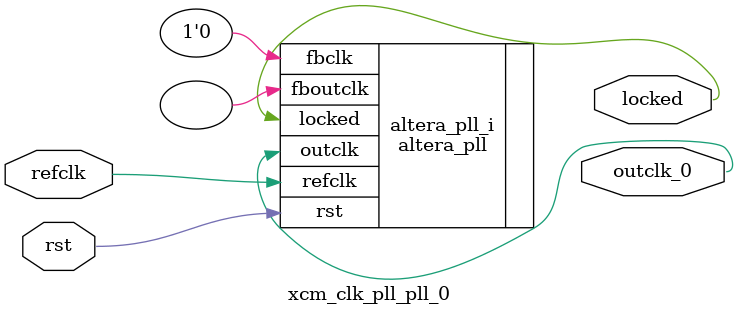
<source format=v>
`timescale 1ns/10ps
module  xcm_clk_pll_pll_0(

	// interface 'refclk'
	input wire refclk,

	// interface 'reset'
	input wire rst,

	// interface 'outclk0'
	output wire outclk_0,

	// interface 'locked'
	output wire locked
);

	altera_pll #(
		.fractional_vco_multiplier("false"),
		.reference_clock_frequency("50.0 MHz"),
		.operation_mode("direct"),
		.number_of_clocks(1),
		.output_clock_frequency0("5.000000 MHz"),
		.phase_shift0("0 ps"),
		.duty_cycle0(50),
		.output_clock_frequency1("0 MHz"),
		.phase_shift1("0 ps"),
		.duty_cycle1(50),
		.output_clock_frequency2("0 MHz"),
		.phase_shift2("0 ps"),
		.duty_cycle2(50),
		.output_clock_frequency3("0 MHz"),
		.phase_shift3("0 ps"),
		.duty_cycle3(50),
		.output_clock_frequency4("0 MHz"),
		.phase_shift4("0 ps"),
		.duty_cycle4(50),
		.output_clock_frequency5("0 MHz"),
		.phase_shift5("0 ps"),
		.duty_cycle5(50),
		.output_clock_frequency6("0 MHz"),
		.phase_shift6("0 ps"),
		.duty_cycle6(50),
		.output_clock_frequency7("0 MHz"),
		.phase_shift7("0 ps"),
		.duty_cycle7(50),
		.output_clock_frequency8("0 MHz"),
		.phase_shift8("0 ps"),
		.duty_cycle8(50),
		.output_clock_frequency9("0 MHz"),
		.phase_shift9("0 ps"),
		.duty_cycle9(50),
		.output_clock_frequency10("0 MHz"),
		.phase_shift10("0 ps"),
		.duty_cycle10(50),
		.output_clock_frequency11("0 MHz"),
		.phase_shift11("0 ps"),
		.duty_cycle11(50),
		.output_clock_frequency12("0 MHz"),
		.phase_shift12("0 ps"),
		.duty_cycle12(50),
		.output_clock_frequency13("0 MHz"),
		.phase_shift13("0 ps"),
		.duty_cycle13(50),
		.output_clock_frequency14("0 MHz"),
		.phase_shift14("0 ps"),
		.duty_cycle14(50),
		.output_clock_frequency15("0 MHz"),
		.phase_shift15("0 ps"),
		.duty_cycle15(50),
		.output_clock_frequency16("0 MHz"),
		.phase_shift16("0 ps"),
		.duty_cycle16(50),
		.output_clock_frequency17("0 MHz"),
		.phase_shift17("0 ps"),
		.duty_cycle17(50),
		.pll_type("General"),
		.pll_subtype("General")
	) altera_pll_i (
		.rst	(rst),
		.outclk	({outclk_0}),
		.locked	(locked),
		.fboutclk	( ),
		.fbclk	(1'b0),
		.refclk	(refclk)
	);
endmodule


</source>
